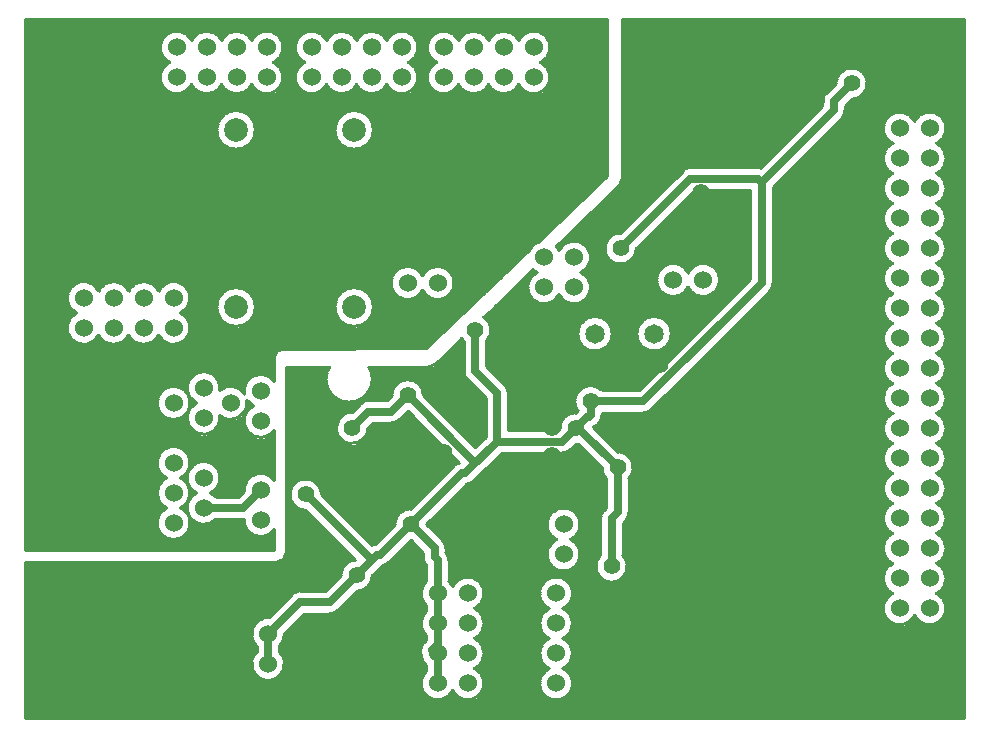
<source format=gbr>
*
*
G04 PADS 9.5 Build Number: 522968 generated Gerber (RS-274-X) file*
G04 PC Version=2.1*
*
%IN "ETH01.pcb"*%
*
%MOIN*%
*
%FSLAX35Y35*%
*
*
*
*
G04 PC Standard Apertures*
*
*
G04 Thermal Relief Aperture macro.*
%AMTER*
1,1,$1,0,0*
1,0,$1-$2,0,0*
21,0,$3,$4,0,0,45*
21,0,$3,$4,0,0,135*
%
*
*
G04 Annular Aperture macro.*
%AMANN*
1,1,$1,0,0*
1,0,$2,0,0*
%
*
*
G04 Odd Aperture macro.*
%AMODD*
1,1,$1,0,0*
1,0,$1-0.005,0,0*
%
*
*
G04 PC Custom Aperture Macros*
*
*
*
*
*
*
G04 PC Aperture Table*
*
%ADD011C,0.06*%
%ADD013C,0.23622*%
%ADD022C,0.055*%
%ADD024C,0.001*%
%ADD025C,0.01*%
%ADD031C,0.07*%
%ADD035C,0.065*%
%ADD047C,0.025*%
%ADD055C,0.07874*%
%ADD056C,0.14*%
*
*
*
*
G04 PC Circuitry*
G04 Layer Name ETH01.pcb - circuitry*
%LPD*%
*
*
G04 PC Custom Flashes*
G04 Layer Name ETH01.pcb - flashes*
%LPD*%
*
*
G04 PC Circuitry*
G04 Layer Name ETH01.pcb - circuitry*
%LPD*%
*
G54D11*
G01X349500Y269500D03*
X339500D03*
X306500Y277000D03*
Y267000D03*
X296500Y277000D03*
Y267000D03*
X219000Y337000D03*
Y347000D03*
X229000Y337000D03*
Y347000D03*
X239000Y337000D03*
Y347000D03*
X249000Y337000D03*
Y347000D03*
X204000D03*
Y337000D03*
X194000Y347000D03*
Y337000D03*
X184000Y347000D03*
Y337000D03*
X174000Y347000D03*
Y337000D03*
X310500Y135000D03*
X300500D03*
X310500Y145000D03*
X300500D03*
X310500Y155000D03*
X300500D03*
X310500Y165000D03*
X300500D03*
X271000Y135000D03*
X261000D03*
X271000Y145000D03*
X261000D03*
X271000Y155000D03*
X261000D03*
X271000Y165000D03*
X261000D03*
X214500Y151500D03*
Y141500D03*
X204500Y151500D03*
Y141500D03*
X194500Y151500D03*
Y141500D03*
X251000Y268500D03*
X261000D03*
X173000Y263500D03*
Y253500D03*
X163000Y263500D03*
Y253500D03*
X153000Y263500D03*
Y253500D03*
X143000Y263500D03*
Y253500D03*
X303000Y188000D03*
Y178000D03*
X173000Y188500D03*
X183000Y193500D03*
X173000Y198500D03*
X183000Y203500D03*
X173000Y208500D03*
X202000Y189500D03*
Y199500D03*
X183000Y223500D03*
X173000Y228500D03*
X183000Y233500D03*
X192000Y228500D03*
X202000Y222500D03*
Y232500D03*
X387000Y339500D03*
Y329500D03*
X377000Y339500D03*
Y329500D03*
X415000Y320000D03*
X425000D03*
X415000Y310000D03*
X425000D03*
X415000Y300000D03*
X425000D03*
X415000Y290000D03*
X425000D03*
X415000Y280000D03*
X425000D03*
X415000Y270000D03*
X425000D03*
X415000Y260000D03*
X425000D03*
X415000Y250000D03*
X425000D03*
X415000Y240000D03*
X425000D03*
X415000Y230000D03*
X425000D03*
X415000Y220000D03*
X425000D03*
X415000Y210000D03*
X425000D03*
X415000Y200000D03*
X425000D03*
X415000Y190000D03*
X425000D03*
X415000Y180000D03*
X425000D03*
X415000Y170000D03*
X425000D03*
X415000Y160000D03*
X425000D03*
X263000Y337000D03*
Y347000D03*
X273000D03*
Y337000D03*
X283000Y347000D03*
Y337000D03*
X293000Y347000D03*
Y337000D03*
G54D13*
X420000Y340000D03*
Y140000D03*
X140000D03*
Y340000D03*
G54D22*
X174600Y138600D03*
X240000Y136000D03*
X167800Y156400D03*
X227000Y145000D03*
X328800Y159000D03*
X126000Y166000D03*
X134000D03*
X247000Y174000D03*
X251000Y167000D03*
X234000Y171000D03*
X319000Y174000D03*
X128000Y189000D03*
X133600Y202800D03*
X136000Y187000D03*
X157500Y196600D03*
X228100Y200700D03*
X217000Y198000D03*
X252000Y188000D03*
X281000Y186000D03*
X277000Y195000D03*
X130200Y221200D03*
X142500Y203800D03*
X154400Y208900D03*
X232500Y220200D03*
X253000Y212000D03*
X263000D03*
X307300Y208000D03*
X299000Y220200D03*
Y211000D03*
X307000Y220000D03*
X321000Y207000D03*
X344000Y204000D03*
X251000Y231000D03*
X270000Y228000D03*
X312000Y229000D03*
X335000Y241000D03*
X207000Y251000D03*
X217000Y252000D03*
X252800Y252300D03*
X273500Y252800D03*
X344600Y256700D03*
X228500Y274800D03*
X218300Y279300D03*
X282500Y274800D03*
X326000Y270000D03*
X322000Y280000D03*
X207700Y289900D03*
X224400Y292600D03*
X295500Y292200D03*
X329300Y296700D03*
X348700Y298700D03*
X140800Y313100D03*
X246000Y306000D03*
X290300Y319200D03*
X302600Y321600D03*
X296600Y307400D03*
X365800Y317500D03*
X165000Y327000D03*
X311200Y327400D03*
X399000Y335000D03*
X307000Y349000D03*
X331000Y353000D03*
X354200Y344800D03*
G54D24*
G54D25*
X239622Y260472D02*
G75*
G03X239622I-6437J0D01*
G01Y319528D02*
G03X239622I-6437J0D01*
G01X200252Y260472D02*
G03X200252I-6437J0D01*
G01Y319528D02*
G03X200252I-6437J0D01*
G01X178500Y228500D02*
G03X178500I-5500J0D01*
G01X338922Y251588D02*
G03X338922I-5750J0D01*
G01X319205D02*
G03X319205I-5750J0D01*
G01X317500Y304072D02*
Y356500D01*
X123500*
Y179500*
X206500*
Y186338*
X196507Y189784D02*
G03X206500Y186338I5493J-284D01*
G01X196000Y189750D02*
G03X196507Y189784I0J3750D01*
G01X196000Y189750D02*
X187023D01*
X180709Y198500D02*
G03X187023Y189750I2291J-5000D01*
G01X185291Y198500D02*
G03X180709I-2291J5000D01*
G01X187023Y197250D02*
G03X185291Y198500I-4023J-3750D01*
G01X187023Y197250D02*
X194447D01*
X196503Y199307*
X206500Y202662D02*
G03X196503Y199307I-4500J-3162D01*
G01X206500Y202662D02*
Y219338D01*
X199709Y227500D02*
G03X206500Y219338I2291J-5000D01*
G01X197415Y229462D02*
G03X199709Y227500I4585J3038D01*
G01X188440Y224307D02*
G03X197415Y229462I3560J4193D01*
G01X180709Y228500D02*
G03X188440Y224307I2291J-5000D01*
G01Y232693D02*
G03X180709Y228500I-5440J807D01*
G01X196585Y231538D02*
G03X188440Y232693I-4585J-3038D01*
G01X206500Y235662D02*
G03X196585Y231538I-4500J-3162D01*
G01X206500Y235662D02*
Y243452D01*
X209485Y246452D02*
G03X206500Y243452I15J-3000D01*
G01X209485Y246452D02*
X257196Y246694D01*
X291536Y279368*
X294382Y282076D02*
G03X291536Y279368I2118J-5076D01*
G01X294382Y282076D02*
X317500Y304072D01*
X436500Y123500D02*
Y356500D01*
X322500*
Y303212*
X321588Y301058D02*
G03X322500Y303212I-2088J2154D01*
G01X321588Y301058D02*
X300577Y280691D01*
X301500Y279291D02*
G03X300577Y280691I-5000J-2291D01*
G01X308791Y272000D02*
G03X301500Y279291I-2291J5000D01*
G01Y264709D02*
G03X308791Y272000I5000J2291D01*
G01X294209D02*
G03X301500Y264709I2291J-5000D01*
G01X292683Y273040D02*
G03X294209Y272000I3817J3960D01*
G01X292683Y273040D02*
X276351Y257208D01*
X277250Y249126D02*
G03X276351Y257208I-3750J3674D01*
G01X277250Y249126D02*
Y240653D01*
X283452Y234452*
X284550Y231800D02*
G03X283452Y234452I-3750J0D01*
G01X284550Y231800D02*
Y219350D01*
X301047*
X301750Y220054*
X306946Y225250D02*
G03X301750Y220054I54J-5250D01*
G01X306946Y225250D02*
X307694Y225997D01*
X315674Y232750D02*
G03X307694Y225997I-3674J-3750D01*
G01X315674Y232750D02*
X328047D01*
X365250Y269953*
Y299550*
X346853*
X327250Y279946*
X321946Y285250D02*
G03X327250Y279946I54J-5250D01*
G01X321946Y285250D02*
X342648Y305952D01*
X345300Y307050D02*
G03X342648Y305952I0J-3750D01*
G01X345300Y307050D02*
X367700D01*
X368630Y306933D02*
G03X367700Y307050I-930J-3633D01*
G01X368630Y306933D02*
X389250Y327553D01*
Y329000*
X390348Y331652D02*
G03X389250Y329000I2652J-2652D01*
G01X390348Y331652D02*
X393750Y335054D01*
X399054Y329750D02*
G03X393750Y335054I-54J5250D01*
G01X399054Y329750D02*
X396750Y327447D01*
Y326000*
X395652Y323348D02*
G03X396750Y326000I-2652J2652D01*
G01X395652Y323348D02*
X372750Y300447D01*
Y268400*
X371652Y265748D02*
G03X372750Y268400I-2652J2652D01*
G01X371652Y265748D02*
X332252Y226348D01*
X329600Y225250D02*
G03X332252Y226348I0J3750D01*
G01X329600Y225250D02*
X315750D01*
Y224400*
X314652Y221748D02*
G03X315750Y224400I-2652J2652D01*
G01X314652Y221748D02*
X314052Y221148D01*
X312928Y220375D02*
G03X314052Y221148I-1528J3425D01*
G01X312928Y220375D02*
X321054Y212250D01*
X324750Y203326D02*
G03X321054Y212250I-3750J3674D01*
G01X324750Y203326D02*
Y192000D01*
X323652Y189348D02*
G03X324750Y192000I-2652J2652D01*
G01X323652Y189348D02*
X322750Y188447D01*
Y177674*
X315250D02*
G03X322750I3750J-3674D01*
G01X315250D02*
Y190000D01*
X316348Y192652D02*
G03X315250Y190000I2652J-2652D01*
G01X316348Y192652D02*
X317250Y193553D01*
Y203326*
X315750Y206946D02*
G03X317250Y203326I5250J54D01*
G01X315750Y206946D02*
X307874Y214823D01*
X307054Y214750D02*
G03X307874Y214823I-54J5250D01*
G01X307054Y214750D02*
X305252Y212948D01*
X302600Y211850D02*
G03X305252Y212948I0J3750D01*
G01X302600Y211850D02*
X282353D01*
X276552Y206048*
X272852Y202348*
X270572Y201268D02*
G03X272852Y202348I-372J3732D01*
G01X270572Y201268D02*
X257303Y188000D01*
X262652Y182652*
X263750Y180000D02*
G03X262652Y182652I-3750J0D01*
G01X263750Y180000D02*
Y178550D01*
X264750Y176000D02*
G03X263750Y178550I-3750J0D01*
G01X264750Y176000D02*
Y169023D01*
X266000Y167291D02*
G03X264750Y169023I-5000J-2291D01*
G01X273291Y160000D02*
G03X266000Y167291I-2291J5000D01*
G01X273291Y150000D02*
G03Y160000I-2291J5000D01*
G01Y140000D02*
G03Y150000I-2291J5000D01*
G01X266000Y132709D02*
G03X273291Y140000I5000J2291D01*
G01X257250Y139023D02*
G03X266000Y132709I3750J-4023D01*
G01X257250Y139023D02*
Y140977D01*
X255513Y144620D02*
G03X257250Y140977I5487J380D01*
G01X256348Y148652D02*
G03X255513Y144620I2652J-2652D01*
G01X256348Y148652D02*
X257250Y149553D01*
Y150977*
Y159023D02*
G03Y150977I3750J-4023D01*
G01Y159023D02*
Y160977D01*
Y169023D02*
G03Y160977I3750J-4023D01*
G01Y169023D02*
Y174450D01*
X256250Y177000D02*
G03X257250Y174450I3750J0D01*
G01X256250Y177000D02*
Y178447D01*
X252000Y182697*
X244525Y175222*
X242476Y174172D02*
G03X244525Y175222I-602J3702D01*
G01X242476Y174172D02*
X241652Y173348D01*
X239250Y170946*
X234054Y165750D02*
G03X239250Y170946I-54J5250D01*
G01X234054Y165750D02*
X227652Y159348D01*
X225000Y158250D02*
G03X227652Y159348I0J3750D01*
G01X225000Y158250D02*
X216553D01*
X209997Y151693*
X208250Y147477D02*
G03X209997Y151693I-3750J4023D01*
G01X208250Y147477D02*
Y145523D01*
X200750D02*
G03X208250I3750J-4023D01*
G01X200750D02*
Y147477D01*
X204693Y156997D02*
G03X200750Y147477I-193J-5497D01*
G01X204693Y156997D02*
X212348Y164652D01*
X215000Y165750D02*
G03X212348Y164652I0J-3750D01*
G01X215000Y165750D02*
X223447D01*
X228750Y171054*
X233473Y176224D02*
G03X228750Y171054I527J-5224D01*
G01X233473Y176224D02*
X216946Y192750D01*
X222250Y198054D02*
G03X216946Y192750I-5250J-54D01*
G01X222250Y198054D02*
X239117Y181187D01*
X240272Y181575D02*
G03X239117Y181187I602J-3701D01*
G01X240272Y181575D02*
X246750Y188054D01*
X251946Y193250D02*
G03X246750Y188054I54J-5250D01*
G01X251946Y193250D02*
X266348Y207652D01*
X268065Y208632D02*
G03X266348Y207652I935J-3632D01*
G01X268065Y208632D02*
X251000Y225697D01*
X248252Y222948*
X245600Y221850D02*
G03X248252Y222948I0J3750D01*
G01X245600Y221850D02*
X239453D01*
X237750Y220146*
X232446Y225450D02*
G03X237750Y220146I54J-5250D01*
G01X232446Y225450D02*
X235248Y228252D01*
X237900Y229350D02*
G03X235248Y228252I0J-3750D01*
G01X237900Y229350D02*
X244047D01*
X245750Y231054*
X256250D02*
G03X245750I-5250J-54D01*
G01X256250D02*
X273600Y213703D01*
X277050Y217153*
Y230247*
X270848Y236448*
X269750Y239100D02*
G03X270848Y236448I3750J0D01*
G01X269750Y239100D02*
Y249126D01*
X269005Y250088D02*
G03X269750Y249126I4495J2712D01*
G01X269005Y250088D02*
X259986Y241346D01*
X257898Y240500D02*
G03X259986Y241346I0J3000D01*
G01X257898Y240500D02*
X238099D01*
X224901D02*
G03X238099I6599J-4000D01*
G01X224901D02*
X210500D01*
Y178500*
X207500Y175500D02*
G03X210500Y178500I0J3000D01*
G01X207500Y175500D02*
X123500D01*
Y123500*
X436500*
X256000Y266209D02*
G03Y270791I5000J2291D01*
Y266209I-5000J-2291*
G01X295291Y342000D02*
G03X288000Y349291I-2291J5000D01*
G01Y334709D02*
G03X295291Y342000I5000J2291D01*
G01X278000Y334709D02*
G03X288000I5000J2291D01*
G01X268000D02*
G03X278000I5000J2291D01*
G01X260709Y342000D02*
G03X268000Y334709I2291J-5000D01*
G01Y349291D02*
G03X260709Y342000I-5000J-2291D01*
G01X278000Y349291D02*
G03X268000I-5000J-2291D01*
G01X288000D02*
G03X278000I-5000J-2291D01*
G01X239622Y260472D02*
G03X239622I-6437J0D01*
G01Y319528D02*
G03X239622I-6437J0D01*
G01X251291Y342000D02*
G03X244000Y349291I-2291J5000D01*
G01Y334709D02*
G03X251291Y342000I5000J2291D01*
G01X234000Y334709D02*
G03X244000I5000J2291D01*
G01X224000D02*
G03X234000I5000J2291D01*
G01X216709Y342000D02*
G03X224000Y334709I2291J-5000D01*
G01Y349291D02*
G03X216709Y342000I-5000J-2291D01*
G01X234000Y349291D02*
G03X224000I-5000J-2291D01*
G01X244000D02*
G03X234000I-5000J-2291D01*
G01X200252Y260472D02*
G03X200252I-6437J0D01*
G01Y319528D02*
G03X200252I-6437J0D01*
G01X175291Y258500D02*
G03X168000Y265791I-2291J5000D01*
G01Y251209D02*
G03X175291Y258500I5000J2291D01*
G01X158000Y251209D02*
G03X168000I5000J2291D01*
G01X148000D02*
G03X158000I5000J2291D01*
G01X140709Y258500D02*
G03X148000Y251209I2291J-5000D01*
G01Y265791D02*
G03X140709Y258500I-5000J-2291D01*
G01X158000Y265791D02*
G03X148000I-5000J-2291D01*
G01X168000D02*
G03X158000I-5000J-2291D01*
G01X206291Y342000D02*
G03X199000Y349291I-2291J5000D01*
G01Y334709D02*
G03X206291Y342000I5000J2291D01*
G01X189000Y334709D02*
G03X199000I5000J2291D01*
G01X179000D02*
G03X189000I5000J2291D01*
G01X171709Y342000D02*
G03X179000Y334709I2291J-5000D01*
G01Y349291D02*
G03X171709Y342000I-5000J-2291D01*
G01X189000Y349291D02*
G03X179000I-5000J-2291D01*
G01X199000D02*
G03X189000I-5000J-2291D01*
G01X178500Y228500D02*
G03X178500I-5500J0D01*
G01X175291Y203500D02*
G03X170709I-2291J5000D01*
G01X175291Y193500D02*
G03Y203500I-2291J5000D01*
G01X170709Y193500D02*
G03X175291I2291J-5000D01*
G01X170709Y203500D02*
G03Y193500I2291J-5000D01*
G01X427291Y315000D02*
G03X420000Y322291I-2291J5000D01*
G01X427291Y305000D02*
G03Y315000I-2291J5000D01*
G01Y295000D02*
G03Y305000I-2291J5000D01*
G01Y285000D02*
G03Y295000I-2291J5000D01*
G01Y275000D02*
G03Y285000I-2291J5000D01*
G01Y265000D02*
G03Y275000I-2291J5000D01*
G01Y255000D02*
G03Y265000I-2291J5000D01*
G01Y245000D02*
G03Y255000I-2291J5000D01*
G01Y235000D02*
G03Y245000I-2291J5000D01*
G01Y225000D02*
G03Y235000I-2291J5000D01*
G01Y215000D02*
G03Y225000I-2291J5000D01*
G01Y205000D02*
G03Y215000I-2291J5000D01*
G01Y195000D02*
G03Y205000I-2291J5000D01*
G01Y185000D02*
G03Y195000I-2291J5000D01*
G01Y175000D02*
G03Y185000I-2291J5000D01*
G01Y165000D02*
G03Y175000I-2291J5000D01*
G01X420000Y157709D02*
G03X427291Y165000I5000J2291D01*
G01X412709D02*
G03X420000Y157709I2291J-5000D01*
G01X412709Y175000D02*
G03Y165000I2291J-5000D01*
G01Y185000D02*
G03Y175000I2291J-5000D01*
G01Y195000D02*
G03Y185000I2291J-5000D01*
G01Y205000D02*
G03Y195000I2291J-5000D01*
G01Y215000D02*
G03Y205000I2291J-5000D01*
G01Y225000D02*
G03Y215000I2291J-5000D01*
G01Y235000D02*
G03Y225000I2291J-5000D01*
G01Y245000D02*
G03Y235000I2291J-5000D01*
G01Y255000D02*
G03Y245000I2291J-5000D01*
G01Y265000D02*
G03Y255000I2291J-5000D01*
G01Y275000D02*
G03Y265000I2291J-5000D01*
G01Y285000D02*
G03Y275000I2291J-5000D01*
G01Y295000D02*
G03Y285000I2291J-5000D01*
G01Y305000D02*
G03Y295000I2291J-5000D01*
G01Y315000D02*
G03Y305000I2291J-5000D01*
G01X420000Y322291D02*
G03X412709Y315000I-5000J-2291D01*
G01X302791Y160000D02*
G03X298209I-2291J5000D01*
G01X302791Y150000D02*
G03Y160000I-2291J5000D01*
G01Y140000D02*
G03Y150000I-2291J5000D01*
G01X298209Y140000D02*
G03X302791I2291J-5000D01*
G01X298209Y150000D02*
G03Y140000I2291J-5000D01*
G01Y160000D02*
G03Y150000I2291J-5000D01*
G01X305291Y183000D02*
G03X300709I-2291J5000D01*
X305291I2291J-5000*
G01X338922Y251588D02*
G03X338922I-5750J0D01*
G01X344500Y267209D02*
G03Y271791I5000J2291D01*
Y267209I-5000J-2291*
G01X319205Y251588D02*
G03X319205I-5750J0D01*
G01X123500Y355799D02*
X317500D01*
X123500Y354899D02*
X317500D01*
X123500Y353999D02*
X317500D01*
X123500Y353099D02*
X317500D01*
X294796Y352199D02*
X317500D01*
X296431Y351299D02*
X317500D01*
X297324Y350399D02*
X317500D01*
X297900Y349499D02*
X317500D01*
X298263Y348599D02*
X317500D01*
X298455Y347699D02*
X317500D01*
X298496Y346799D02*
X317500D01*
X298389Y345899D02*
X317500D01*
X298123Y344999D02*
X317500D01*
X297673Y344099D02*
X317500D01*
X296975Y343199D02*
X317500D01*
X295854Y342299D02*
X317500D01*
X296302Y341399D02*
X317500D01*
X297244Y340499D02*
X317500D01*
X297847Y339599D02*
X317500D01*
X298231Y338699D02*
X317500D01*
X298442Y337799D02*
X317500D01*
X298499Y336899D02*
X317500D01*
X298408Y335999D02*
X317500D01*
X298161Y335099D02*
X317500D01*
X297733Y334199D02*
X317500D01*
X297068Y333299D02*
X317500D01*
X296013Y332399D02*
X317500D01*
X123500Y331499D02*
X317500D01*
X123500Y330599D02*
X317500D01*
X123500Y329699D02*
X317500D01*
X123500Y328799D02*
X317500D01*
X123500Y327899D02*
X317500D01*
X123500Y326999D02*
X317500D01*
X123500Y326099D02*
X317500D01*
X236230Y325199D02*
X317500D01*
X237506Y324299D02*
X317500D01*
X238328Y323399D02*
X317500D01*
X238895Y322499D02*
X317500D01*
X239280Y321599D02*
X317500D01*
X239515Y320699D02*
X317500D01*
X239616Y319799D02*
X317500D01*
X239591Y318899D02*
X317500D01*
X239438Y317999D02*
X317500D01*
X239146Y317099D02*
X317500D01*
X238694Y316199D02*
X317500D01*
X238038Y315299D02*
X317500D01*
X237075Y314399D02*
X317500D01*
X235441Y313499D02*
X317500D01*
X123500Y312599D02*
X317500D01*
X123500Y311699D02*
X317500D01*
X123500Y310799D02*
X317500D01*
X123500Y309899D02*
X317500D01*
X123500Y308999D02*
X317500D01*
X123500Y308099D02*
X317500D01*
X123500Y307199D02*
X317500D01*
X123500Y306299D02*
X317500D01*
X123500Y305399D02*
X317500D01*
X123500Y304499D02*
X317500D01*
X123500Y303599D02*
X317002D01*
X123500Y302699D02*
X316056D01*
X123500Y301799D02*
X315111D01*
X123500Y300899D02*
X314165D01*
X123500Y299999D02*
X313219D01*
X123500Y299099D02*
X312273D01*
X123500Y298199D02*
X311327D01*
X123500Y297299D02*
X310381D01*
X123500Y296399D02*
X309435D01*
X123500Y295499D02*
X308489D01*
X123500Y294599D02*
X307543D01*
X123500Y293699D02*
X306597D01*
X123500Y292799D02*
X305652D01*
X123500Y291899D02*
X304706D01*
X123500Y290999D02*
X303760D01*
X123500Y290099D02*
X302814D01*
X123500Y289199D02*
X301868D01*
X123500Y288299D02*
X300922D01*
X123500Y287399D02*
X299976D01*
X123500Y286499D02*
X299030D01*
X123500Y285599D02*
X298084D01*
X123500Y284699D02*
X297138D01*
X123500Y283799D02*
X296193D01*
X123500Y282899D02*
X295247D01*
X123500Y281999D02*
X294206D01*
X123500Y281099D02*
X292832D01*
X123500Y280199D02*
X292026D01*
X123500Y279299D02*
X291463D01*
X284796Y352199D02*
X291204D01*
X123500Y278399D02*
X290517D01*
X286013Y332399D02*
X289987D01*
X123500Y277499D02*
X289571D01*
X286431Y351299D02*
X289569D01*
X287068Y333299D02*
X288932D01*
X287324Y350399D02*
X288676D01*
X123500Y276599D02*
X288625D01*
X287733Y334199D02*
X288267D01*
X287900Y349499D02*
X288100D01*
X123500Y275699D02*
X287679D01*
X123500Y274799D02*
X286734D01*
X262051Y273899D02*
X285788D01*
X264164Y272999D02*
X284842D01*
X265159Y272099D02*
X283896D01*
X265792Y271199D02*
X282950D01*
X266198Y270299D02*
X282004D01*
X274796Y352199D02*
X281204D01*
X266426Y269399D02*
X281058D01*
X266500Y268499D02*
X280112D01*
X276013Y332399D02*
X279987D01*
X276431Y351299D02*
X279569D01*
X266426Y267599D02*
X279166D01*
X277068Y333299D02*
X278932D01*
X277324Y350399D02*
X278676D01*
X277733Y334199D02*
X278267D01*
X266197Y266699D02*
X278220D01*
X277900Y349499D02*
X278100D01*
X265791Y265799D02*
X277274D01*
X265157Y264899D02*
X276329D01*
X264160Y263999D02*
X275383D01*
X262037Y263099D02*
X274437D01*
X239386Y262199D02*
X273491D01*
X239569Y261299D02*
X272545D01*
X239622Y260399D02*
X271599D01*
X264796Y352199D02*
X271204D01*
X239548Y259499D02*
X270653D01*
X266013Y332399D02*
X269987D01*
X239343Y258599D02*
X269707D01*
X266431Y351299D02*
X269569D01*
X267068Y333299D02*
X268932D01*
X238994Y257699D02*
X268761D01*
X267324Y350399D02*
X268676D01*
X267733Y334199D02*
X268267D01*
X267900Y349499D02*
X268100D01*
X238471Y256799D02*
X267815D01*
X237715Y255899D02*
X266870D01*
X236572Y254999D02*
X265924D01*
X234085Y254099D02*
X264978D01*
X178492Y253199D02*
X264032D01*
X178367Y252299D02*
X263086D01*
X178083Y251399D02*
X262140D01*
X250796Y352199D02*
X261204D01*
X177609Y250499D02*
X261194D01*
X176877Y249599D02*
X260248D01*
X251854Y342299D02*
X260146D01*
X252013Y332399D02*
X259987D01*
X252037Y263099D02*
X259963D01*
X252051Y273899D02*
X259949D01*
X252302Y341399D02*
X259698D01*
X252431Y351299D02*
X259569D01*
X175683Y248699D02*
X259302D01*
X252975Y343199D02*
X259025D01*
X253068Y333299D02*
X258932D01*
X253244Y340499D02*
X258756D01*
X253324Y350399D02*
X258676D01*
X123500Y247799D02*
X258356D01*
X253673Y344099D02*
X258327D01*
X253733Y334199D02*
X258267D01*
X253847Y339599D02*
X258153D01*
X253900Y349499D02*
X258100D01*
X254123Y344999D02*
X257877D01*
X254160Y263999D02*
X257840D01*
X254161Y335099D02*
X257839D01*
X254164Y272999D02*
X257836D01*
X254231Y338699D02*
X257769D01*
X254263Y348599D02*
X257737D01*
X254389Y345899D02*
X257611D01*
X254408Y335999D02*
X257592D01*
X254442Y337799D02*
X257558D01*
X254455Y347699D02*
X257545D01*
X254496Y346799D02*
X257504D01*
X254499Y336899D02*
X257501D01*
X123500Y246899D02*
X257411D01*
X255157Y264899D02*
X256843D01*
X255159Y272099D02*
X256841D01*
X255791Y265799D02*
X256209D01*
X255792Y271199D02*
X256208D01*
X239062Y263099D02*
X249963D01*
X123500Y273899D02*
X249949D01*
X238570Y263999D02*
X247840D01*
X123500Y272999D02*
X247836D01*
X240796Y352199D02*
X247204D01*
X237859Y264899D02*
X246843D01*
X123500Y272099D02*
X246841D01*
X236800Y265799D02*
X246209D01*
X123500Y271199D02*
X246208D01*
X242013Y332399D02*
X245987D01*
X234819Y266699D02*
X245803D01*
X123500Y270299D02*
X245802D01*
X176668Y267599D02*
X245574D01*
X123500Y269399D02*
X245574D01*
X242431Y351299D02*
X245569D01*
X175294Y268499D02*
X245500D01*
X243068Y333299D02*
X244932D01*
X243324Y350399D02*
X244676D01*
X243733Y334199D02*
X244267D01*
X243900Y349499D02*
X244100D01*
X230796Y352199D02*
X237204D01*
X232013Y332399D02*
X235987D01*
X232431Y351299D02*
X235569D01*
X233068Y333299D02*
X234932D01*
X233324Y350399D02*
X234676D01*
X233733Y334199D02*
X234267D01*
X233900Y349499D02*
X234100D01*
X194715Y254099D02*
X232285D01*
X195449Y266699D02*
X231551D01*
X196071Y313499D02*
X230929D01*
X196860Y325199D02*
X230140D01*
X197202Y254999D02*
X229798D01*
X197430Y265799D02*
X229570D01*
X197705Y314399D02*
X229295D01*
X198136Y324299D02*
X228864D01*
X198344Y255899D02*
X228656D01*
X198489Y264899D02*
X228511D01*
X198668Y315299D02*
X228332D01*
X198958Y323399D02*
X228042D01*
X199101Y256799D02*
X227899D01*
X199200Y263999D02*
X227800D01*
X199324Y316199D02*
X227676D01*
X199525Y322499D02*
X227475D01*
X199624Y257699D02*
X227376D01*
X199692Y263099D02*
X227308D01*
X199776Y317099D02*
X227224D01*
X220796Y352199D02*
X227204D01*
X199910Y321599D02*
X227090D01*
X199973Y258599D02*
X227027D01*
X200016Y262199D02*
X226984D01*
X200068Y317999D02*
X226932D01*
X200145Y320699D02*
X226855D01*
X200178Y259499D02*
X226822D01*
X200199Y261299D02*
X226801D01*
X200221Y318899D02*
X226779D01*
X200246Y319799D02*
X226754D01*
X200252Y260399D02*
X226748D01*
X222013Y332399D02*
X225987D01*
X222431Y351299D02*
X225569D01*
X223068Y333299D02*
X224932D01*
X223324Y350399D02*
X224676D01*
X223733Y334199D02*
X224267D01*
X223900Y349499D02*
X224100D01*
X205796Y352199D02*
X217204D01*
X206854Y342299D02*
X216146D01*
X207013Y332399D02*
X215987D01*
X207302Y341399D02*
X215698D01*
X207431Y351299D02*
X215569D01*
X207975Y343199D02*
X215025D01*
X208068Y333299D02*
X214932D01*
X208244Y340499D02*
X214756D01*
X208324Y350399D02*
X214676D01*
X208673Y344099D02*
X214327D01*
X208733Y334199D02*
X214267D01*
X208847Y339599D02*
X214153D01*
X208900Y349499D02*
X214100D01*
X209123Y344999D02*
X213877D01*
X209161Y335099D02*
X213839D01*
X209231Y338699D02*
X213769D01*
X209263Y348599D02*
X213737D01*
X209389Y345899D02*
X213611D01*
X209408Y335999D02*
X213592D01*
X209442Y337799D02*
X213558D01*
X209455Y347699D02*
X213545D01*
X209496Y346799D02*
X213504D01*
X209499Y336899D02*
X213501D01*
X123500Y245999D02*
X207915D01*
X123500Y245099D02*
X206992D01*
X123500Y244199D02*
X206594D01*
X123500Y243299D02*
X206500D01*
X123500Y242399D02*
X206500D01*
X123500Y241499D02*
X206500D01*
X123500Y240599D02*
X206500D01*
X123500Y239699D02*
X206500D01*
X184474Y238799D02*
X206500D01*
X203051Y237899D02*
X206500D01*
X205164Y236999D02*
X206500D01*
X206159Y236099D02*
X206500D01*
X206242Y218999D02*
X206500D01*
X205298Y218099D02*
X206500D01*
X203465Y217199D02*
X206500D01*
X123500Y216299D02*
X206500D01*
X123500Y215399D02*
X206500D01*
X123500Y214499D02*
X206500D01*
X175062Y213599D02*
X206500D01*
X176553Y212699D02*
X206500D01*
X177401Y211799D02*
X206500D01*
X177949Y210899D02*
X206500D01*
X178292Y209999D02*
X206500D01*
X178467Y209099D02*
X206500D01*
X185859Y208199D02*
X206500D01*
X186977Y207299D02*
X206500D01*
X187674Y206399D02*
X206500D01*
X188124Y205499D02*
X206500D01*
X204062Y204599D02*
X206500D01*
X205553Y203699D02*
X206500D01*
X206401Y202799D02*
X206500D01*
X205975Y185699D02*
X206500D01*
X204854Y184799D02*
X206500D01*
X176013Y183899D02*
X206500D01*
X123500Y182999D02*
X206500D01*
X123500Y182099D02*
X206500D01*
X123500Y181199D02*
X206500D01*
X123500Y180299D02*
X206500D01*
X195796Y352199D02*
X202204D01*
X197013Y332399D02*
X200987D01*
X186302Y237899D02*
X200949D01*
X197431Y351299D02*
X200569D01*
X123500Y217199D02*
X200535D01*
X188389Y204599D02*
X199938D01*
X198068Y333299D02*
X199932D01*
X198324Y350399D02*
X199676D01*
X198733Y334199D02*
X199267D01*
X177068Y184799D02*
X199146D01*
X198900Y349499D02*
X199100D01*
X197319Y227099D02*
X198983D01*
X197477Y227999D02*
X198840D01*
X187244Y236999D02*
X198836D01*
X184037Y218099D02*
X198702D01*
X188496Y203699D02*
X198447D01*
X177733Y185699D02*
X198025D01*
X196995Y226199D02*
X197929D01*
X197486Y228899D02*
X197843D01*
X187847Y236099D02*
X197841D01*
X186160Y218999D02*
X197758D01*
X188455Y202799D02*
X197599D01*
X178161Y186599D02*
X197327D01*
X196472Y225299D02*
X197265D01*
X188231Y235199D02*
X197208D01*
X187157Y219899D02*
X197154D01*
X188262Y201899D02*
X197051D01*
X178408Y187499D02*
X196877D01*
X195665Y224399D02*
X196838D01*
X188442Y234299D02*
X196802D01*
X187791Y220799D02*
X196770D01*
X187898Y200999D02*
X196708D01*
X185056Y188399D02*
X196611D01*
X194288Y223499D02*
X196591D01*
X196544Y231599D02*
X196574D01*
X194501Y233399D02*
X196574D01*
X188197Y221699D02*
X196559D01*
X187322Y200099D02*
X196533D01*
X186550Y189299D02*
X196504D01*
X188426Y222599D02*
X196501D01*
X195776Y232499D02*
X196500D01*
X186428Y199199D02*
X196395D01*
X185688Y198299D02*
X195495D01*
X186879Y197399D02*
X194595D01*
X178467Y254099D02*
X192915D01*
X185796Y352199D02*
X192204D01*
X177474Y266699D02*
X192181D01*
X123500Y313499D02*
X191559D01*
X187013Y332399D02*
X190987D01*
X123500Y325199D02*
X190770D01*
X187431Y351299D02*
X190569D01*
X178292Y254999D02*
X190428D01*
X177997Y265799D02*
X190200D01*
X188068Y333299D02*
X189932D01*
X123500Y314399D02*
X189925D01*
X188500Y223499D02*
X189712D01*
X188324Y350399D02*
X189676D01*
X188499Y233399D02*
X189499D01*
X123500Y324299D02*
X189494D01*
X177949Y255899D02*
X189285D01*
X188733Y334199D02*
X189267D01*
X178319Y264899D02*
X189141D01*
X188900Y349499D02*
X189100D01*
X123500Y315299D02*
X188962D01*
X123500Y323399D02*
X188672D01*
X177401Y256799D02*
X188529D01*
X178477Y263999D02*
X188430D01*
X123500Y316199D02*
X188306D01*
X123500Y322499D02*
X188105D01*
X176553Y257699D02*
X188006D01*
X178485Y263099D02*
X187938D01*
X123500Y317099D02*
X187854D01*
X123500Y321599D02*
X187720D01*
X175495Y258599D02*
X187657D01*
X178344Y262199D02*
X187614D01*
X123500Y317999D02*
X187562D01*
X123500Y320699D02*
X187485D01*
X176774Y259499D02*
X187452D01*
X178040Y261299D02*
X187431D01*
X123500Y318899D02*
X187409D01*
X123500Y319799D02*
X187384D01*
X177542Y260399D02*
X187378D01*
X175796Y352199D02*
X182204D01*
X123500Y218099D02*
X181963D01*
X123500Y238799D02*
X181526D01*
X177013Y332399D02*
X180987D01*
X178499Y188399D02*
X180944D01*
X177431Y351299D02*
X180569D01*
X178496Y198299D02*
X180312D01*
X178492Y208199D02*
X180141D01*
X178486Y228899D02*
X179987D01*
X178068Y333299D02*
X179932D01*
X123500Y218999D02*
X179840D01*
X178477Y227999D02*
X179836D01*
X123500Y237899D02*
X179698D01*
X178324Y350399D02*
X179676D01*
X178455Y199199D02*
X179572D01*
X178442Y189299D02*
X179450D01*
X178733Y334199D02*
X179267D01*
X178389Y197399D02*
X179121D01*
X178900Y349499D02*
X179100D01*
X178367Y207299D02*
X179023D01*
X178344Y229799D02*
X178932D01*
X123500Y219899D02*
X178843D01*
X178319Y227099D02*
X178841D01*
X123500Y236999D02*
X178756D01*
X178263Y200099D02*
X178678D01*
X178231Y190199D02*
X178601D01*
X178123Y196499D02*
X178389D01*
X178083Y206399D02*
X178326D01*
X178041Y230699D02*
X178267D01*
X123500Y220799D02*
X178209D01*
X177995Y226199D02*
X178208D01*
X123500Y236099D02*
X178153D01*
X177900Y200999D02*
X178102D01*
X177847Y191099D02*
X178052D01*
X177673Y195599D02*
X177916D01*
X177609Y205499D02*
X177876D01*
X177544Y231599D02*
X177839D01*
X123500Y221699D02*
X177803D01*
X177472Y225299D02*
X177802D01*
X123500Y235199D02*
X177769D01*
X177324Y201899D02*
X177738D01*
X177244Y191999D02*
X177709D01*
X176975Y194699D02*
X177632D01*
X176877Y204599D02*
X177611D01*
X176776Y232499D02*
X177592D01*
X123500Y222599D02*
X177574D01*
X176665Y224399D02*
X177574D01*
X123500Y234299D02*
X177558D01*
X176431Y202799D02*
X177545D01*
X176302Y192899D02*
X177533D01*
X175854Y193799D02*
X177508D01*
X175683Y203699D02*
X177504D01*
X175501Y233399D02*
X177501D01*
X175288Y223499D02*
X177500D01*
X123500Y352199D02*
X172204D01*
X123500Y342299D02*
X171146D01*
X123500Y332399D02*
X170987D01*
X123500Y213599D02*
X170938D01*
X123500Y223499D02*
X170712D01*
X165294Y268499D02*
X170706D01*
X123500Y341399D02*
X170698D01*
X123500Y351299D02*
X170569D01*
X123500Y233399D02*
X170499D01*
X165683Y248699D02*
X170317D01*
X123500Y203699D02*
X170317D01*
X123500Y193799D02*
X170146D01*
X123500Y343199D02*
X170025D01*
X123500Y183899D02*
X169987D01*
X123500Y333299D02*
X169932D01*
X123500Y340499D02*
X169756D01*
X123500Y192899D02*
X169698D01*
X123500Y350399D02*
X169676D01*
X123500Y202799D02*
X169569D01*
X123500Y212699D02*
X169447D01*
X123500Y224399D02*
X169335D01*
X166668Y267599D02*
X169332D01*
X123500Y344099D02*
X169327D01*
X123500Y334199D02*
X169267D01*
X123500Y232499D02*
X169224D01*
X123500Y339599D02*
X169153D01*
X166877Y249599D02*
X169123D01*
X123500Y204599D02*
X169123D01*
X123500Y349499D02*
X169100D01*
X123500Y194699D02*
X169025D01*
X123500Y184799D02*
X168932D01*
X123500Y344999D02*
X168877D01*
X123500Y335099D02*
X168839D01*
X123500Y338699D02*
X168769D01*
X123500Y191999D02*
X168756D01*
X123500Y348599D02*
X168737D01*
X123500Y201899D02*
X168676D01*
X123500Y345899D02*
X168611D01*
X123500Y211799D02*
X168599D01*
X123500Y335999D02*
X168592D01*
X123500Y337799D02*
X168558D01*
X123500Y347699D02*
X168545D01*
X123500Y225299D02*
X168528D01*
X167474Y266699D02*
X168526D01*
X123500Y346799D02*
X168504D01*
X123500Y336899D02*
X168501D01*
X123500Y231599D02*
X168456D01*
X167609Y250499D02*
X168391D01*
X123500Y205499D02*
X168391D01*
X123500Y195599D02*
X168327D01*
X123500Y185699D02*
X168267D01*
X123500Y191099D02*
X168153D01*
X123500Y200999D02*
X168100D01*
X123500Y210899D02*
X168051D01*
X123500Y226199D02*
X168005D01*
X167997Y265799D02*
X168003D01*
X123500Y230699D02*
X167959D01*
X123500Y206399D02*
X167917D01*
X123500Y196499D02*
X167877D01*
X123500Y186599D02*
X167839D01*
X123500Y190199D02*
X167769D01*
X123500Y200099D02*
X167737D01*
X123500Y209999D02*
X167708D01*
X123500Y227099D02*
X167681D01*
X123500Y229799D02*
X167656D01*
X123500Y207299D02*
X167633D01*
X123500Y197399D02*
X167611D01*
X123500Y187499D02*
X167592D01*
X123500Y189299D02*
X167558D01*
X123500Y199199D02*
X167545D01*
X123500Y209099D02*
X167533D01*
X123500Y227999D02*
X167523D01*
X123500Y228899D02*
X167514D01*
X123500Y208199D02*
X167508D01*
X123500Y198299D02*
X167504D01*
X123500Y188399D02*
X167501D01*
X155294Y268499D02*
X160706D01*
X155683Y248699D02*
X160317D01*
X156668Y267599D02*
X159332D01*
X156877Y249599D02*
X159123D01*
X157474Y266699D02*
X158526D01*
X157609Y250499D02*
X158391D01*
X157997Y265799D02*
X158003D01*
X145294Y268499D02*
X150706D01*
X145683Y248699D02*
X150317D01*
X146668Y267599D02*
X149332D01*
X146877Y249599D02*
X149123D01*
X147474Y266699D02*
X148526D01*
X147609Y250499D02*
X148391D01*
X147997Y265799D02*
X148003D01*
X123500Y268499D02*
X140706D01*
X123500Y258599D02*
X140505D01*
X123500Y248699D02*
X140317D01*
X123500Y257699D02*
X139447D01*
X123500Y267599D02*
X139332D01*
X123500Y259499D02*
X139226D01*
X123500Y249599D02*
X139123D01*
X123500Y256799D02*
X138599D01*
X123500Y266699D02*
X138526D01*
X123500Y260399D02*
X138458D01*
X123500Y250499D02*
X138391D01*
X123500Y255899D02*
X138051D01*
X123500Y265799D02*
X138003D01*
X123500Y261299D02*
X137960D01*
X123500Y251399D02*
X137917D01*
X123500Y254999D02*
X137708D01*
X123500Y264899D02*
X137681D01*
X123500Y262199D02*
X137656D01*
X123500Y252299D02*
X137633D01*
X123500Y254099D02*
X137533D01*
X123500Y263999D02*
X137523D01*
X123500Y263099D02*
X137515D01*
X123500Y253199D02*
X137508D01*
X322500Y356399D02*
X436500D01*
X322500Y355499D02*
X436500D01*
X322500Y354599D02*
X436500D01*
X322500Y353699D02*
X436500D01*
X322500Y352799D02*
X436500D01*
X322500Y351899D02*
X436500D01*
X322500Y350999D02*
X436500D01*
X322500Y350099D02*
X436500D01*
X322500Y349199D02*
X436500D01*
X322500Y348299D02*
X436500D01*
X322500Y347399D02*
X436500D01*
X322500Y346499D02*
X436500D01*
X322500Y345599D02*
X436500D01*
X322500Y344699D02*
X436500D01*
X322500Y343799D02*
X436500D01*
X322500Y342899D02*
X436500D01*
X322500Y341999D02*
X436500D01*
X322500Y341099D02*
X436500D01*
X399732Y340199D02*
X436500D01*
X402014Y339299D02*
X436500D01*
X403001Y338399D02*
X436500D01*
X403617Y337499D02*
X436500D01*
X404001Y336599D02*
X436500D01*
X404203Y335699D02*
X436500D01*
X404246Y334799D02*
X436500D01*
X404133Y333899D02*
X436500D01*
X403854Y332999D02*
X436500D01*
X403376Y332099D02*
X436500D01*
X402621Y331199D02*
X436500D01*
X401337Y330299D02*
X436500D01*
X398702Y329399D02*
X436500D01*
X397802Y328499D02*
X436500D01*
X396902Y327599D02*
X436500D01*
X396750Y326699D02*
X436500D01*
X396745Y325799D02*
X436500D01*
X427501Y324899D02*
X436500D01*
X428776Y323999D02*
X436500D01*
X429544Y323099D02*
X436500D01*
X430041Y322199D02*
X436500D01*
X430344Y321299D02*
X436500D01*
X430486Y320399D02*
X436500D01*
X430477Y319499D02*
X436500D01*
X430319Y318599D02*
X436500D01*
X429995Y317699D02*
X436500D01*
X429472Y316799D02*
X436500D01*
X428665Y315899D02*
X436500D01*
X427294Y314999D02*
X436500D01*
X428668Y314099D02*
X436500D01*
X429474Y313199D02*
X436500D01*
X429997Y312299D02*
X436500D01*
X430319Y311399D02*
X436500D01*
X430477Y310499D02*
X436500D01*
X430485Y309599D02*
X436500D01*
X430344Y308699D02*
X436500D01*
X430040Y307799D02*
X436500D01*
X429542Y306899D02*
X436500D01*
X428774Y305999D02*
X436500D01*
X427495Y305099D02*
X436500D01*
X428553Y304199D02*
X436500D01*
X429401Y303299D02*
X436500D01*
X429949Y302399D02*
X436500D01*
X430292Y301499D02*
X436500D01*
X430467Y300599D02*
X436500D01*
X430492Y299699D02*
X436500D01*
X430367Y298799D02*
X436500D01*
X430083Y297899D02*
X436500D01*
X429609Y296999D02*
X436500D01*
X428877Y296099D02*
X436500D01*
X427683Y295199D02*
X436500D01*
X428431Y294299D02*
X436500D01*
X429324Y293399D02*
X436500D01*
X429900Y292499D02*
X436500D01*
X430263Y291599D02*
X436500D01*
X430455Y290699D02*
X436500D01*
X430496Y289799D02*
X436500D01*
X430389Y288899D02*
X436500D01*
X430123Y287999D02*
X436500D01*
X429673Y287099D02*
X436500D01*
X428975Y286199D02*
X436500D01*
X427854Y285299D02*
X436500D01*
X428302Y284399D02*
X436500D01*
X429244Y283499D02*
X436500D01*
X429847Y282599D02*
X436500D01*
X430231Y281699D02*
X436500D01*
X430442Y280799D02*
X436500D01*
X430499Y279899D02*
X436500D01*
X430408Y278999D02*
X436500D01*
X430161Y278099D02*
X436500D01*
X429733Y277199D02*
X436500D01*
X429068Y276299D02*
X436500D01*
X428013Y275399D02*
X436500D01*
X428164Y274499D02*
X436500D01*
X429159Y273599D02*
X436500D01*
X429792Y272699D02*
X436500D01*
X430198Y271799D02*
X436500D01*
X430426Y270899D02*
X436500D01*
X430500Y269999D02*
X436500D01*
X430426Y269099D02*
X436500D01*
X430197Y268199D02*
X436500D01*
X429791Y267299D02*
X436500D01*
X429157Y266399D02*
X436500D01*
X428160Y265499D02*
X436500D01*
X428017Y264599D02*
X436500D01*
X429071Y263699D02*
X436500D01*
X429735Y262799D02*
X436500D01*
X430162Y261899D02*
X436500D01*
X430409Y260999D02*
X436500D01*
X430499Y260099D02*
X436500D01*
X430441Y259199D02*
X436500D01*
X430230Y258299D02*
X436500D01*
X429846Y257399D02*
X436500D01*
X429242Y256499D02*
X436500D01*
X428298Y255599D02*
X436500D01*
X427859Y254699D02*
X436500D01*
X428977Y253799D02*
X436500D01*
X429674Y252899D02*
X436500D01*
X430124Y251999D02*
X436500D01*
X430389Y251099D02*
X436500D01*
X430496Y250199D02*
X436500D01*
X430455Y249299D02*
X436500D01*
X430262Y248399D02*
X436500D01*
X429898Y247499D02*
X436500D01*
X429322Y246599D02*
X436500D01*
X428428Y245699D02*
X436500D01*
X427688Y244799D02*
X436500D01*
X428879Y243899D02*
X436500D01*
X429611Y242999D02*
X436500D01*
X430084Y242099D02*
X436500D01*
X430368Y241199D02*
X436500D01*
X430492Y240299D02*
X436500D01*
X430467Y239399D02*
X436500D01*
X430291Y238499D02*
X436500D01*
X429948Y237599D02*
X436500D01*
X429399Y236699D02*
X436500D01*
X428550Y235799D02*
X436500D01*
X427501Y234899D02*
X436500D01*
X428776Y233999D02*
X436500D01*
X429544Y233099D02*
X436500D01*
X430041Y232199D02*
X436500D01*
X430344Y231299D02*
X436500D01*
X430486Y230399D02*
X436500D01*
X430477Y229499D02*
X436500D01*
X430319Y228599D02*
X436500D01*
X429995Y227699D02*
X436500D01*
X429472Y226799D02*
X436500D01*
X428665Y225899D02*
X436500D01*
X427294Y224999D02*
X436500D01*
X428668Y224099D02*
X436500D01*
X429474Y223199D02*
X436500D01*
X429997Y222299D02*
X436500D01*
X430319Y221399D02*
X436500D01*
X430477Y220499D02*
X436500D01*
X430485Y219599D02*
X436500D01*
X430344Y218699D02*
X436500D01*
X430040Y217799D02*
X436500D01*
X429542Y216899D02*
X436500D01*
X428774Y215999D02*
X436500D01*
X427495Y215099D02*
X436500D01*
X428553Y214199D02*
X436500D01*
X429401Y213299D02*
X436500D01*
X429949Y212399D02*
X436500D01*
X430292Y211499D02*
X436500D01*
X430467Y210599D02*
X436500D01*
X430492Y209699D02*
X436500D01*
X430367Y208799D02*
X436500D01*
X430083Y207899D02*
X436500D01*
X429609Y206999D02*
X436500D01*
X428877Y206099D02*
X436500D01*
X427683Y205199D02*
X436500D01*
X428431Y204299D02*
X436500D01*
X429324Y203399D02*
X436500D01*
X429900Y202499D02*
X436500D01*
X430263Y201599D02*
X436500D01*
X430455Y200699D02*
X436500D01*
X430496Y199799D02*
X436500D01*
X430389Y198899D02*
X436500D01*
X430123Y197999D02*
X436500D01*
X429673Y197099D02*
X436500D01*
X428975Y196199D02*
X436500D01*
X427854Y195299D02*
X436500D01*
X428302Y194399D02*
X436500D01*
X429244Y193499D02*
X436500D01*
X429847Y192599D02*
X436500D01*
X430231Y191699D02*
X436500D01*
X430442Y190799D02*
X436500D01*
X430499Y189899D02*
X436500D01*
X430408Y188999D02*
X436500D01*
X430161Y188099D02*
X436500D01*
X429733Y187199D02*
X436500D01*
X429068Y186299D02*
X436500D01*
X428013Y185399D02*
X436500D01*
X428164Y184499D02*
X436500D01*
X429159Y183599D02*
X436500D01*
X429792Y182699D02*
X436500D01*
X430198Y181799D02*
X436500D01*
X430426Y180899D02*
X436500D01*
X430500Y179999D02*
X436500D01*
X430426Y179099D02*
X436500D01*
X430197Y178199D02*
X436500D01*
X429791Y177299D02*
X436500D01*
X429157Y176399D02*
X436500D01*
X428160Y175499D02*
X436500D01*
X428017Y174599D02*
X436500D01*
X429071Y173699D02*
X436500D01*
X429735Y172799D02*
X436500D01*
X430162Y171899D02*
X436500D01*
X430409Y170999D02*
X436500D01*
X430499Y170099D02*
X436500D01*
X430441Y169199D02*
X436500D01*
X430230Y168299D02*
X436500D01*
X429846Y167399D02*
X436500D01*
X429242Y166499D02*
X436500D01*
X428298Y165599D02*
X436500D01*
X427859Y164699D02*
X436500D01*
X428977Y163799D02*
X436500D01*
X429674Y162899D02*
X436500D01*
X430124Y161999D02*
X436500D01*
X430389Y161099D02*
X436500D01*
X430496Y160199D02*
X436500D01*
X430455Y159299D02*
X436500D01*
X430262Y158399D02*
X436500D01*
X429898Y157499D02*
X436500D01*
X429322Y156599D02*
X436500D01*
X428428Y155699D02*
X436500D01*
X426788Y154799D02*
X436500D01*
X305889Y153899D02*
X436500D01*
X305623Y152999D02*
X436500D01*
X305173Y152099D02*
X436500D01*
X304475Y151199D02*
X436500D01*
X303354Y150299D02*
X436500D01*
X303802Y149399D02*
X436500D01*
X304744Y148499D02*
X436500D01*
X305347Y147599D02*
X436500D01*
X305731Y146699D02*
X436500D01*
X305942Y145799D02*
X436500D01*
X305999Y144899D02*
X436500D01*
X305908Y143999D02*
X436500D01*
X305661Y143099D02*
X436500D01*
X305233Y142199D02*
X436500D01*
X304568Y141299D02*
X436500D01*
X303513Y140399D02*
X436500D01*
X303664Y139499D02*
X436500D01*
X304659Y138599D02*
X436500D01*
X305292Y137699D02*
X436500D01*
X305698Y136799D02*
X436500D01*
X305926Y135899D02*
X436500D01*
X306000Y134999D02*
X436500D01*
X305926Y134099D02*
X436500D01*
X305697Y133199D02*
X436500D01*
X305291Y132299D02*
X436500D01*
X304657Y131399D02*
X436500D01*
X303660Y130499D02*
X436500D01*
X301537Y129599D02*
X436500D01*
X123500Y128699D02*
X436500D01*
X123500Y127799D02*
X436500D01*
X123500Y126899D02*
X436500D01*
X123500Y125999D02*
X436500D01*
X123500Y125099D02*
X436500D01*
X123500Y124199D02*
X436500D01*
X416788Y154799D02*
X423212D01*
X417501Y324899D02*
X422499D01*
X418428Y155699D02*
X421572D01*
X418776Y323999D02*
X421224D01*
X419322Y156599D02*
X420678D01*
X419544Y323099D02*
X420456D01*
X419898Y157499D02*
X420102D01*
X305996Y154799D02*
X413212D01*
X387302Y314999D02*
X412706D01*
X315750Y224999D02*
X412706D01*
X377402Y305099D02*
X412505D01*
X318205Y215099D02*
X412505D01*
X396585Y324899D02*
X412499D01*
X340802Y234899D02*
X412499D01*
X372750Y295199D02*
X412317D01*
X325931Y205199D02*
X412317D01*
X350702Y244799D02*
X412312D01*
X372750Y285299D02*
X412146D01*
X324750Y195299D02*
X412146D01*
X360602Y254699D02*
X412141D01*
X305992Y164699D02*
X412141D01*
X372750Y275399D02*
X411987D01*
X322750Y185399D02*
X411987D01*
X370502Y264599D02*
X411983D01*
X324216Y174599D02*
X411983D01*
X371402Y265499D02*
X411840D01*
X324032Y175499D02*
X411840D01*
X372750Y274499D02*
X411836D01*
X322750Y184499D02*
X411836D01*
X361502Y255599D02*
X411702D01*
X305967Y165599D02*
X411702D01*
X372750Y284399D02*
X411698D01*
X324750Y194399D02*
X411698D01*
X351602Y245699D02*
X411572D01*
X305955Y155699D02*
X411572D01*
X372750Y294299D02*
X411569D01*
X325502Y204299D02*
X411569D01*
X341702Y235799D02*
X411450D01*
X376502Y304199D02*
X411447D01*
X319105Y214199D02*
X411447D01*
X388202Y315899D02*
X411335D01*
X331708Y225899D02*
X411335D01*
X386402Y314099D02*
X411332D01*
X315738Y224099D02*
X411332D01*
X378302Y305999D02*
X411226D01*
X317305Y215999D02*
X411226D01*
X396171Y323999D02*
X411224D01*
X339902Y233999D02*
X411224D01*
X372750Y296099D02*
X411123D01*
X326172Y206099D02*
X411123D01*
X349802Y243899D02*
X411121D01*
X372750Y286199D02*
X411025D01*
X324750Y196199D02*
X411025D01*
X359702Y253799D02*
X411023D01*
X305867Y163799D02*
X411023D01*
X372750Y276299D02*
X410932D01*
X322750Y186299D02*
X410932D01*
X369602Y263699D02*
X410929D01*
X324241Y173699D02*
X410929D01*
X372171Y266399D02*
X410843D01*
X323670Y176399D02*
X410843D01*
X372750Y273599D02*
X410841D01*
X322750Y183599D02*
X410841D01*
X362402Y256499D02*
X410758D01*
X305792Y166499D02*
X410758D01*
X372750Y283499D02*
X410756D01*
X324750Y193499D02*
X410756D01*
X352502Y246599D02*
X410678D01*
X305763Y156599D02*
X410678D01*
X372750Y293399D02*
X410676D01*
X324820Y203399D02*
X410676D01*
X342602Y236699D02*
X410601D01*
X375602Y303299D02*
X410599D01*
X320005Y213299D02*
X410599D01*
X389102Y316799D02*
X410528D01*
X332702Y226799D02*
X410528D01*
X385502Y313199D02*
X410526D01*
X315552Y223199D02*
X410526D01*
X379202Y306899D02*
X410458D01*
X316405Y216899D02*
X410458D01*
X395402Y323099D02*
X410456D01*
X339002Y233099D02*
X410456D01*
X372750Y296999D02*
X410391D01*
X326250Y206999D02*
X410391D01*
X348902Y242999D02*
X410389D01*
X372750Y287099D02*
X410327D01*
X324750Y197099D02*
X410327D01*
X358802Y252899D02*
X410326D01*
X305583Y162899D02*
X410326D01*
X372750Y277199D02*
X410267D01*
X322750Y187199D02*
X410267D01*
X368702Y262799D02*
X410265D01*
X324111Y172799D02*
X410265D01*
X372585Y267299D02*
X410209D01*
X323084Y177299D02*
X410209D01*
X372750Y272699D02*
X410208D01*
X322750Y182699D02*
X410208D01*
X363302Y257399D02*
X410154D01*
X305449Y167399D02*
X410154D01*
X372750Y282599D02*
X410153D01*
X324750Y192599D02*
X410153D01*
X353402Y247499D02*
X410102D01*
X305400Y157499D02*
X410102D01*
X372750Y292499D02*
X410100D01*
X324750Y202499D02*
X410100D01*
X343502Y237599D02*
X410052D01*
X374702Y302399D02*
X410051D01*
X320905Y212399D02*
X410051D01*
X390002Y317699D02*
X410005D01*
X333602Y227699D02*
X410005D01*
X384602Y312299D02*
X410003D01*
X315106Y222299D02*
X410003D01*
X380102Y307799D02*
X409960D01*
X315505Y217799D02*
X409960D01*
X394502Y322199D02*
X409959D01*
X338102Y232199D02*
X409959D01*
X372750Y297899D02*
X409917D01*
X326173Y207899D02*
X409917D01*
X348002Y242099D02*
X409916D01*
X372750Y287999D02*
X409877D01*
X324750Y197999D02*
X409877D01*
X357902Y251999D02*
X409876D01*
X305109Y161999D02*
X409876D01*
X372750Y278099D02*
X409839D01*
X322750Y188099D02*
X409839D01*
X367802Y261899D02*
X409838D01*
X323811Y171899D02*
X409838D01*
X372745Y268199D02*
X409803D01*
X322750Y178199D02*
X409803D01*
X372750Y271799D02*
X409802D01*
X322750Y181799D02*
X409802D01*
X364202Y258299D02*
X409770D01*
X304901Y168299D02*
X409770D01*
X372750Y281699D02*
X409769D01*
X324738Y191699D02*
X409769D01*
X354302Y248399D02*
X409738D01*
X304824Y158399D02*
X409738D01*
X372750Y291599D02*
X409737D01*
X324750Y201599D02*
X409737D01*
X344402Y238499D02*
X409709D01*
X373802Y301499D02*
X409708D01*
X323706Y211499D02*
X409708D01*
X390902Y318599D02*
X409681D01*
X334502Y228599D02*
X409681D01*
X383702Y311399D02*
X409681D01*
X314302Y221399D02*
X409681D01*
X381002Y308699D02*
X409656D01*
X314605Y218699D02*
X409656D01*
X393602Y321299D02*
X409656D01*
X337202Y231299D02*
X409656D01*
X372750Y298799D02*
X409633D01*
X325932Y208799D02*
X409633D01*
X347102Y241199D02*
X409632D01*
X372750Y288899D02*
X409611D01*
X324750Y198899D02*
X409611D01*
X357002Y251099D02*
X409611D01*
X304377Y161099D02*
X409611D01*
X372750Y278999D02*
X409592D01*
X323302Y188999D02*
X409592D01*
X366902Y260999D02*
X409591D01*
X323308Y170999D02*
X409591D01*
X372750Y269099D02*
X409574D01*
X322750Y179099D02*
X409574D01*
X372750Y270899D02*
X409574D01*
X322750Y180899D02*
X409574D01*
X365102Y259199D02*
X409559D01*
X321124Y169199D02*
X409559D01*
X372750Y280799D02*
X409558D01*
X324552Y190799D02*
X409558D01*
X355202Y249299D02*
X409545D01*
X303931Y159299D02*
X409545D01*
X372750Y290699D02*
X409545D01*
X324750Y200699D02*
X409545D01*
X345302Y239399D02*
X409533D01*
X372902Y300599D02*
X409533D01*
X324823Y210599D02*
X409533D01*
X391802Y319499D02*
X409523D01*
X335402Y229499D02*
X409523D01*
X382802Y310499D02*
X409523D01*
X313179Y220499D02*
X409523D01*
X381902Y309599D02*
X409515D01*
X313705Y219599D02*
X409515D01*
X392702Y320399D02*
X409514D01*
X336302Y230399D02*
X409514D01*
X372750Y299699D02*
X409508D01*
X325503Y209699D02*
X409508D01*
X346202Y240299D02*
X409508D01*
X372750Y289799D02*
X409504D01*
X324750Y199799D02*
X409504D01*
X356102Y250199D02*
X409504D01*
X303183Y160199D02*
X409504D01*
X372750Y279899D02*
X409501D01*
X324106Y189899D02*
X409501D01*
X366002Y260099D02*
X409501D01*
X322513Y170099D02*
X409501D01*
X372750Y269999D02*
X409500D01*
X322750Y179999D02*
X409500D01*
X322500Y340199D02*
X398268D01*
X322500Y339299D02*
X395986D01*
X322500Y338399D02*
X394999D01*
X322500Y337499D02*
X394383D01*
X322500Y336599D02*
X393999D01*
X322500Y335699D02*
X393797D01*
X322500Y334799D02*
X393495D01*
X322500Y333899D02*
X392595D01*
X322500Y332999D02*
X391695D01*
X322500Y332099D02*
X390795D01*
X322500Y331199D02*
X389962D01*
X322500Y330299D02*
X389482D01*
X322500Y329399D02*
X389271D01*
X322500Y328499D02*
X389250D01*
X322500Y327599D02*
X389250D01*
X322500Y326699D02*
X388395D01*
X322500Y325799D02*
X387495D01*
X322500Y324899D02*
X386595D01*
X322500Y323999D02*
X385695D01*
X322500Y323099D02*
X384795D01*
X322500Y322199D02*
X383895D01*
X322500Y321299D02*
X382995D01*
X322500Y320399D02*
X382095D01*
X322500Y319499D02*
X381195D01*
X322500Y318599D02*
X380295D01*
X322500Y317699D02*
X379395D01*
X322500Y316799D02*
X378495D01*
X322500Y315899D02*
X377595D01*
X322500Y314999D02*
X376695D01*
X322500Y314099D02*
X375795D01*
X322500Y313199D02*
X374895D01*
X322500Y312299D02*
X373995D01*
X322500Y311399D02*
X373095D01*
X322500Y310499D02*
X372195D01*
X322500Y309599D02*
X371295D01*
X322500Y308699D02*
X370395D01*
X322500Y307799D02*
X369495D01*
X346102Y298799D02*
X365250D01*
X345202Y297899D02*
X365250D01*
X344302Y296999D02*
X365250D01*
X343402Y296099D02*
X365250D01*
X342502Y295199D02*
X365250D01*
X341602Y294299D02*
X365250D01*
X340702Y293399D02*
X365250D01*
X339802Y292499D02*
X365250D01*
X338902Y291599D02*
X365250D01*
X338002Y290699D02*
X365250D01*
X337102Y289799D02*
X365250D01*
X336202Y288899D02*
X365250D01*
X335302Y287999D02*
X365250D01*
X334402Y287099D02*
X365250D01*
X333502Y286199D02*
X365250D01*
X332602Y285299D02*
X365250D01*
X331702Y284399D02*
X365250D01*
X330802Y283499D02*
X365250D01*
X329902Y282599D02*
X365250D01*
X329002Y281699D02*
X365250D01*
X328102Y280799D02*
X365250D01*
X327249Y279899D02*
X365250D01*
X327154Y278999D02*
X365250D01*
X326894Y278099D02*
X365250D01*
X326440Y277199D02*
X365250D01*
X325723Y276299D02*
X365250D01*
X324528Y275399D02*
X365250D01*
X351794Y274499D02*
X365250D01*
X353168Y273599D02*
X365250D01*
X353974Y272699D02*
X365250D01*
X354497Y271799D02*
X365250D01*
X354819Y270899D02*
X365250D01*
X354977Y269999D02*
X365250D01*
X354985Y269099D02*
X364395D01*
X354844Y268199D02*
X363495D01*
X354540Y267299D02*
X362595D01*
X354042Y266399D02*
X361695D01*
X353274Y265499D02*
X360795D01*
X351995Y264599D02*
X359895D01*
X310899Y263699D02*
X358995D01*
X310050Y262799D02*
X358095D01*
X308556Y261899D02*
X357195D01*
X280261Y260999D02*
X356295D01*
X279333Y260099D02*
X355395D01*
X278404Y259199D02*
X354495D01*
X277476Y258299D02*
X353595D01*
X276547Y257399D02*
X352695D01*
X336162Y256499D02*
X351795D01*
X337292Y255599D02*
X350895D01*
X338007Y254699D02*
X349995D01*
X338480Y253799D02*
X349095D01*
X338770Y252899D02*
X348195D01*
X338907Y251999D02*
X347295D01*
X341794Y274499D02*
X347206D01*
X341995Y264599D02*
X347005D01*
X338901Y251099D02*
X346395D01*
X343168Y273599D02*
X345832D01*
X343274Y265499D02*
X345726D01*
X338752Y250199D02*
X345495D01*
X343974Y272699D02*
X345026D01*
X344042Y266399D02*
X344958D01*
X338447Y249299D02*
X344595D01*
X344497Y271799D02*
X344503D01*
X322500Y306899D02*
X344245D01*
X337957Y248399D02*
X343695D01*
X337215Y247499D02*
X342795D01*
X322500Y305999D02*
X342696D01*
X336031Y246599D02*
X341895D01*
X322500Y305099D02*
X341795D01*
X277250Y245699D02*
X340995D01*
X322500Y304199D02*
X340895D01*
X277250Y244799D02*
X340095D01*
X322500Y303299D02*
X339995D01*
X277250Y243899D02*
X339195D01*
X322388Y302399D02*
X339095D01*
X277250Y242999D02*
X338295D01*
X321963Y301499D02*
X338195D01*
X277250Y242099D02*
X337395D01*
X321115Y300599D02*
X337295D01*
X311398Y274499D02*
X337206D01*
X311448Y264599D02*
X337005D01*
X277250Y241199D02*
X336495D01*
X320186Y299699D02*
X336395D01*
X310822Y273599D02*
X335832D01*
X311791Y265499D02*
X335726D01*
X277605Y240299D02*
X335595D01*
X319258Y298799D02*
X335495D01*
X309928Y272699D02*
X335026D01*
X311967Y266399D02*
X334958D01*
X278505Y239399D02*
X334695D01*
X318329Y297899D02*
X334595D01*
X309188Y271799D02*
X334503D01*
X311992Y267299D02*
X334460D01*
X310379Y270899D02*
X334181D01*
X311868Y268199D02*
X334156D01*
X311111Y269999D02*
X334023D01*
X311584Y269099D02*
X334015D01*
X279405Y238499D02*
X333795D01*
X317401Y296999D02*
X333695D01*
X280305Y237599D02*
X332895D01*
X316472Y296099D02*
X332795D01*
X281205Y236699D02*
X331995D01*
X315544Y295199D02*
X331895D01*
X282105Y235799D02*
X331095D01*
X314615Y294299D02*
X330995D01*
X316314Y246599D02*
X330313D01*
X283005Y234899D02*
X330195D01*
X316446Y256499D02*
X330181D01*
X313687Y293399D02*
X330095D01*
X313605Y233999D02*
X329295D01*
X312758Y292499D02*
X329195D01*
X317498Y247499D02*
X329129D01*
X317575Y255599D02*
X329052D01*
X315281Y233099D02*
X328395D01*
X318240Y248399D02*
X328387D01*
X318291Y254699D02*
X328336D01*
X311830Y291599D02*
X328295D01*
X318730Y249299D02*
X327897D01*
X318763Y253799D02*
X327864D01*
X319035Y250199D02*
X327592D01*
X319054Y252899D02*
X327573D01*
X319184Y251099D02*
X327443D01*
X319191Y251999D02*
X327436D01*
X310901Y290699D02*
X327395D01*
X309973Y289799D02*
X326495D01*
X309044Y288899D02*
X325595D01*
X308116Y287999D02*
X324695D01*
X307187Y287099D02*
X323795D01*
X306259Y286199D02*
X322895D01*
X305330Y285299D02*
X321995D01*
X311762Y275399D02*
X319472D01*
X304402Y284399D02*
X319134D01*
X311955Y276299D02*
X318277D01*
X303473Y283499D02*
X318086D01*
X311996Y277199D02*
X317560D01*
X302545Y282599D02*
X317438D01*
X273002Y202499D02*
X317250D01*
X271779Y201599D02*
X317250D01*
X270002Y200699D02*
X317250D01*
X269102Y199799D02*
X317250D01*
X268202Y198899D02*
X317250D01*
X267302Y197999D02*
X317250D01*
X266402Y197099D02*
X317250D01*
X265502Y196199D02*
X317250D01*
X264602Y195299D02*
X317250D01*
X263702Y194399D02*
X317250D01*
X303121Y193499D02*
X317195D01*
X273902Y203399D02*
X317180D01*
X311889Y278099D02*
X317106D01*
X309359Y281699D02*
X317032D01*
X304053Y169199D02*
X316876D01*
X311624Y278999D02*
X316846D01*
X310477Y280799D02*
X316811D01*
X311174Y279899D02*
X316751D01*
X274802Y204299D02*
X316498D01*
X306017Y192599D02*
X316296D01*
X275702Y205199D02*
X316069D01*
X276602Y206099D02*
X315828D01*
X277502Y206999D02*
X315698D01*
X307071Y191699D02*
X315657D01*
X302562Y170099D02*
X315487D01*
X307735Y190799D02*
X315336D01*
X308162Y189899D02*
X315250D01*
X308409Y188999D02*
X315250D01*
X308499Y188099D02*
X315250D01*
X308441Y187199D02*
X315250D01*
X308230Y186299D02*
X315250D01*
X307846Y185399D02*
X315250D01*
X307242Y184499D02*
X315250D01*
X306298Y183599D02*
X315250D01*
X305859Y182699D02*
X315250D01*
X306977Y181799D02*
X315250D01*
X307674Y180899D02*
X315250D01*
X308124Y179999D02*
X315250D01*
X308389Y179099D02*
X315250D01*
X308496Y178199D02*
X315250D01*
X308455Y177299D02*
X314916D01*
X278402Y207899D02*
X314798D01*
X264750Y170999D02*
X314692D01*
X308262Y176399D02*
X314330D01*
X264750Y171899D02*
X314189D01*
X307898Y175499D02*
X313968D01*
X279302Y208799D02*
X313898D01*
X304788Y172799D02*
X313889D01*
X307322Y174599D02*
X313784D01*
X306428Y173699D02*
X313759D01*
X280202Y209699D02*
X312998D01*
X281102Y210599D02*
X312098D01*
X282002Y211499D02*
X311198D01*
X277250Y246599D02*
X310596D01*
X277226Y256499D02*
X310465D01*
X283838Y233999D02*
X310395D01*
X304553Y212399D02*
X310298D01*
X277250Y247499D02*
X309412D01*
X305602Y213299D02*
X309398D01*
X277942Y255599D02*
X309335D01*
X284318Y233099D02*
X308719D01*
X277250Y248399D02*
X308670D01*
X278395Y254699D02*
X308620D01*
X306502Y214199D02*
X308498D01*
X277412Y249299D02*
X308180D01*
X278654Y253799D02*
X308147D01*
X278060Y250199D02*
X307875D01*
X278749Y252899D02*
X307857D01*
X284529Y232199D02*
X307837D01*
X278467Y251099D02*
X307726D01*
X278689Y251999D02*
X307720D01*
X284550Y225899D02*
X307595D01*
X284550Y231299D02*
X307280D01*
X284550Y226799D02*
X307234D01*
X284550Y230399D02*
X306940D01*
X284550Y227699D02*
X306914D01*
X284550Y229499D02*
X306774D01*
X284550Y228599D02*
X306765D01*
X284550Y224999D02*
X305395D01*
X298556Y261899D02*
X304444D01*
X284550Y224099D02*
X303719D01*
X301616Y281699D02*
X303641D01*
X300050Y262799D02*
X302950D01*
X262802Y193499D02*
X302879D01*
X284550Y223199D02*
X302837D01*
X300688Y280799D02*
X302523D01*
X284550Y222299D02*
X302280D01*
X300899Y263699D02*
X302101D01*
X284550Y221399D02*
X301940D01*
X301174Y279899D02*
X301826D01*
X284550Y220499D02*
X301774D01*
X301448Y264599D02*
X301552D01*
X284550Y219599D02*
X301295D01*
X264750Y172799D02*
X301212D01*
X262605Y182699D02*
X300141D01*
X261902Y192599D02*
X299983D01*
X261705Y183599D02*
X299702D01*
X264750Y173699D02*
X299572D01*
X272037Y129599D02*
X299463D01*
X263290Y181799D02*
X299023D01*
X261002Y191699D02*
X298929D01*
X260805Y184499D02*
X298758D01*
X264750Y174599D02*
X298678D01*
X273062Y170099D02*
X298438D01*
X263641Y180899D02*
X298326D01*
X260102Y190799D02*
X298265D01*
X259905Y185399D02*
X298154D01*
X264750Y175499D02*
X298102D01*
X263750Y179999D02*
X297876D01*
X259202Y189899D02*
X297838D01*
X273683Y160199D02*
X297817D01*
X259005Y186299D02*
X297770D01*
X264729Y176399D02*
X297738D01*
X273854Y150299D02*
X297646D01*
X263750Y179099D02*
X297611D01*
X258302Y188999D02*
X297591D01*
X258105Y187199D02*
X297559D01*
X264518Y177299D02*
X297545D01*
X264038Y178199D02*
X297504D01*
X257402Y188099D02*
X297501D01*
X274013Y140399D02*
X297487D01*
X274160Y130499D02*
X297340D01*
X274164Y139499D02*
X297336D01*
X274302Y149399D02*
X297198D01*
X274431Y159299D02*
X297069D01*
X274553Y169199D02*
X296947D01*
X274877Y161099D02*
X296623D01*
X274975Y151199D02*
X296525D01*
X275068Y141299D02*
X296432D01*
X275157Y131399D02*
X296343D01*
X275159Y138599D02*
X296341D01*
X275244Y148499D02*
X296256D01*
X275324Y158399D02*
X296176D01*
X275401Y168299D02*
X296099D01*
X275609Y161999D02*
X295891D01*
X275673Y152099D02*
X295827D01*
X275733Y142199D02*
X295767D01*
X275791Y132299D02*
X295709D01*
X275792Y137699D02*
X295708D01*
X275847Y147599D02*
X295653D01*
X275900Y157499D02*
X295600D01*
X275949Y167399D02*
X295551D01*
X276083Y162899D02*
X295417D01*
X276123Y152999D02*
X295377D01*
X276161Y143099D02*
X295339D01*
X276197Y133199D02*
X295303D01*
X276198Y136799D02*
X295302D01*
X276231Y146699D02*
X295269D01*
X276263Y156599D02*
X295237D01*
X276292Y166499D02*
X295208D01*
X276367Y163799D02*
X295133D01*
X276389Y153899D02*
X295111D01*
X276408Y143999D02*
X295092D01*
X276426Y134099D02*
X295074D01*
X276426Y135899D02*
X295074D01*
X276442Y145799D02*
X295058D01*
X276455Y155699D02*
X295045D01*
X276467Y165599D02*
X295033D01*
X276492Y164699D02*
X295008D01*
X276496Y154799D02*
X295004D01*
X276499Y144899D02*
X295001D01*
X276500Y134999D02*
X295000D01*
X281190Y261899D02*
X294444D01*
X291403Y271799D02*
X293812D01*
X292332Y272699D02*
X293072D01*
X282118Y262799D02*
X292950D01*
X290475Y270899D02*
X292621D01*
X283047Y263699D02*
X292101D01*
X289546Y269999D02*
X291889D01*
X283975Y264599D02*
X291552D01*
X288618Y269099D02*
X291416D01*
X284904Y265499D02*
X291209D01*
X287689Y268199D02*
X291132D01*
X285832Y266399D02*
X291033D01*
X286761Y267299D02*
X291008D01*
X257805Y229499D02*
X277050D01*
X258705Y228599D02*
X277050D01*
X259605Y227699D02*
X277050D01*
X260505Y226799D02*
X277050D01*
X261405Y225899D02*
X277050D01*
X262305Y224999D02*
X277050D01*
X263205Y224099D02*
X277050D01*
X264105Y223199D02*
X277050D01*
X265005Y222299D02*
X277050D01*
X265905Y221399D02*
X277050D01*
X266805Y220499D02*
X277050D01*
X267705Y219599D02*
X277050D01*
X268605Y218699D02*
X277050D01*
X269505Y217799D02*
X277050D01*
X256905Y230399D02*
X276898D01*
X270405Y216899D02*
X276795D01*
X256242Y231299D02*
X275998D01*
X271305Y215999D02*
X275895D01*
X256111Y232199D02*
X275098D01*
X272205Y215099D02*
X274995D01*
X255812Y233099D02*
X274198D01*
X273105Y214199D02*
X274095D01*
X255309Y233999D02*
X273298D01*
X254516Y234899D02*
X272398D01*
X253130Y235799D02*
X271498D01*
X239214Y236699D02*
X270620D01*
X239138Y237599D02*
X270064D01*
X262037Y129599D02*
X269963D01*
X238953Y238499D02*
X269799D01*
X267263Y248399D02*
X269750D01*
X266334Y247499D02*
X269750D01*
X265406Y246599D02*
X269750D01*
X264477Y245699D02*
X269750D01*
X263549Y244799D02*
X269750D01*
X262620Y243899D02*
X269750D01*
X261692Y242999D02*
X269750D01*
X260763Y242099D02*
X269750D01*
X259823Y241199D02*
X269750D01*
X238217Y240299D02*
X269750D01*
X238651Y239399D02*
X269750D01*
X268191Y249299D02*
X269588D01*
X264750Y170099D02*
X268938D01*
X210500Y208799D02*
X267898D01*
X264160Y130499D02*
X267840D01*
X264750Y169199D02*
X267447D01*
X210500Y209699D02*
X266998D01*
X265157Y131399D02*
X266843D01*
X210500Y207899D02*
X266621D01*
X265401Y168299D02*
X266599D01*
X265791Y132299D02*
X266209D01*
X210500Y210599D02*
X266098D01*
X265949Y167399D02*
X266051D01*
X210500Y206999D02*
X265695D01*
X210500Y211499D02*
X265198D01*
X210500Y206099D02*
X264795D01*
X210500Y212399D02*
X264298D01*
X210500Y205199D02*
X263895D01*
X210500Y213299D02*
X263398D01*
X210500Y204299D02*
X262995D01*
X210500Y214199D02*
X262498D01*
X210500Y203399D02*
X262095D01*
X233741Y215099D02*
X261598D01*
X219706Y202499D02*
X261195D01*
X235648Y215999D02*
X260698D01*
X220823Y201599D02*
X260295D01*
X123500Y129599D02*
X259963D01*
X236582Y216899D02*
X259798D01*
X221503Y200699D02*
X259395D01*
X237169Y217799D02*
X258898D01*
X221932Y199799D02*
X258495D01*
X237531Y218699D02*
X257998D01*
X123500Y130499D02*
X257840D01*
X222173Y198899D02*
X257595D01*
X242002Y173699D02*
X257250D01*
X241102Y172799D02*
X257250D01*
X240202Y171899D02*
X257250D01*
X239302Y170999D02*
X257250D01*
X239172Y170099D02*
X257250D01*
X238931Y169199D02*
X257250D01*
X228502Y160199D02*
X257250D01*
X227601Y159299D02*
X257250D01*
X209867Y150299D02*
X257250D01*
X209889Y140399D02*
X257250D01*
X209623Y139499D02*
X257250D01*
X229402Y161099D02*
X257123D01*
X243700Y174599D02*
X257120D01*
X237715Y219599D02*
X257098D01*
X209583Y149399D02*
X257095D01*
X209992Y151199D02*
X257025D01*
X209996Y141299D02*
X256932D01*
X123500Y131399D02*
X256843D01*
X209173Y138599D02*
X256841D01*
X222305Y197999D02*
X256695D01*
X226046Y158399D02*
X256676D01*
X238502Y168299D02*
X256599D01*
X244802Y175499D02*
X256564D01*
X230302Y161999D02*
X256391D01*
X210402Y152099D02*
X256327D01*
X245702Y176399D02*
X256299D01*
X209955Y142199D02*
X256267D01*
X247502Y178199D02*
X256250D01*
X246602Y177299D02*
X256250D01*
X123500Y132299D02*
X256209D01*
X208475Y137699D02*
X256208D01*
X209109Y148499D02*
X256204D01*
X238102Y220499D02*
X256198D01*
X215802Y157499D02*
X256100D01*
X237820Y167399D02*
X256051D01*
X231202Y162899D02*
X255917D01*
X211302Y152999D02*
X255877D01*
X209763Y143099D02*
X255839D01*
X123500Y133199D02*
X255803D01*
X207354Y136799D02*
X255802D01*
X223205Y197099D02*
X255795D01*
X214902Y156599D02*
X255737D01*
X236702Y166499D02*
X255708D01*
X232102Y163799D02*
X255633D01*
X212202Y153899D02*
X255611D01*
X208377Y147599D02*
X255608D01*
X248402Y179099D02*
X255598D01*
X209400Y143999D02*
X255592D01*
X123500Y134099D02*
X255574D01*
X123500Y135899D02*
X255574D01*
X214002Y155699D02*
X255545D01*
X233902Y165599D02*
X255533D01*
X233002Y164699D02*
X255508D01*
X213102Y154799D02*
X255504D01*
X123500Y134999D02*
X255500D01*
X208824Y144899D02*
X255415D01*
X208250Y146699D02*
X255316D01*
X239002Y221399D02*
X255298D01*
X208250Y145799D02*
X255255D01*
X224105Y196199D02*
X254895D01*
X249302Y179999D02*
X254698D01*
X247379Y222299D02*
X254398D01*
X225005Y195299D02*
X253995D01*
X250202Y180899D02*
X253798D01*
X248502Y223199D02*
X253498D01*
X225905Y194399D02*
X253095D01*
X251102Y181799D02*
X252898D01*
X249402Y224099D02*
X252598D01*
X226805Y193499D02*
X252195D01*
X250302Y224999D02*
X251698D01*
X227705Y192599D02*
X249467D01*
X239185Y235799D02*
X248870D01*
X228605Y191699D02*
X248274D01*
X229505Y190799D02*
X247558D01*
X239049Y234899D02*
X247484D01*
X230405Y189899D02*
X247105D01*
X231305Y188999D02*
X246846D01*
X232205Y188099D02*
X246751D01*
X238800Y233999D02*
X246691D01*
X238426Y233099D02*
X246188D01*
X233105Y187199D02*
X245895D01*
X237907Y232199D02*
X245889D01*
X237200Y231299D02*
X245758D01*
X236224Y230399D02*
X245095D01*
X234005Y186299D02*
X244995D01*
X234745Y229499D02*
X244195D01*
X234905Y185399D02*
X244095D01*
X235805Y184499D02*
X243195D01*
X236705Y183599D02*
X242295D01*
X237605Y182699D02*
X241395D01*
X238505Y181799D02*
X240495D01*
X210500Y228599D02*
X235648D01*
X210500Y227699D02*
X234695D01*
X210500Y226799D02*
X233795D01*
X209641Y176399D02*
X233298D01*
X210500Y225899D02*
X232895D01*
X210249Y177299D02*
X232398D01*
X210485Y178199D02*
X231498D01*
X123500Y175499D02*
X231294D01*
X210500Y215099D02*
X231259D01*
X210500Y179099D02*
X230598D01*
X210500Y224999D02*
X230370D01*
X123500Y174599D02*
X230177D01*
X210500Y179999D02*
X229698D01*
X123500Y173699D02*
X229497D01*
X210500Y215999D02*
X229352D01*
X123500Y172799D02*
X229068D01*
X210500Y224099D02*
X228984D01*
X123500Y171899D02*
X228827D01*
X210500Y180899D02*
X228798D01*
X123500Y170999D02*
X228695D01*
X210500Y216899D02*
X228418D01*
X210500Y229499D02*
X228255D01*
X210500Y223199D02*
X228191D01*
X210500Y181799D02*
X227898D01*
X210500Y217799D02*
X227831D01*
X123500Y170099D02*
X227795D01*
X210500Y222299D02*
X227688D01*
X210500Y218699D02*
X227469D01*
X210500Y221399D02*
X227389D01*
X210500Y219599D02*
X227285D01*
X210500Y220499D02*
X227258D01*
X210500Y182699D02*
X226998D01*
X123500Y169199D02*
X226895D01*
X210500Y230399D02*
X226776D01*
X210500Y183599D02*
X226098D01*
X123500Y168299D02*
X225995D01*
X210500Y231299D02*
X225800D01*
X210500Y184499D02*
X225198D01*
X123500Y167399D02*
X225095D01*
X210500Y232199D02*
X225093D01*
X210500Y240299D02*
X224783D01*
X210500Y233099D02*
X224574D01*
X210500Y239399D02*
X224349D01*
X210500Y185399D02*
X224298D01*
X210500Y233999D02*
X224200D01*
X123500Y166499D02*
X224195D01*
X210500Y238499D02*
X224047D01*
X210500Y234899D02*
X223951D01*
X210500Y237599D02*
X223862D01*
X210500Y235799D02*
X223815D01*
X210500Y236699D02*
X223786D01*
X210500Y186299D02*
X223398D01*
X210500Y187199D02*
X222498D01*
X210500Y188099D02*
X221598D01*
X210500Y188999D02*
X220698D01*
X210500Y189899D02*
X219798D01*
X210500Y190799D02*
X218898D01*
X210500Y191699D02*
X217998D01*
X210500Y192599D02*
X217098D01*
X210500Y193499D02*
X214298D01*
X210500Y202499D02*
X214294D01*
X123500Y165599D02*
X213945D01*
X210500Y194399D02*
X213180D01*
X210500Y201599D02*
X213177D01*
X210500Y195299D02*
X212498D01*
X210500Y200699D02*
X212497D01*
X123500Y164699D02*
X212396D01*
X210500Y196199D02*
X212069D01*
X210500Y199799D02*
X212068D01*
X210500Y197099D02*
X211828D01*
X210500Y198899D02*
X211827D01*
X210500Y197999D02*
X211750D01*
X123500Y163799D02*
X211495D01*
X123500Y162899D02*
X210595D01*
X123500Y161999D02*
X209695D01*
X123500Y161099D02*
X208795D01*
X123500Y160199D02*
X207895D01*
X123500Y159299D02*
X206995D01*
X123500Y158399D02*
X206095D01*
X123500Y157499D02*
X205195D01*
X123500Y156599D02*
X202438D01*
X123500Y136799D02*
X201646D01*
X123500Y155699D02*
X200947D01*
X123500Y146699D02*
X200750D01*
X123500Y145799D02*
X200750D01*
X123500Y147599D02*
X200623D01*
X123500Y137699D02*
X200525D01*
X123500Y144899D02*
X200176D01*
X123500Y154799D02*
X200099D01*
X123500Y148499D02*
X199891D01*
X123500Y138599D02*
X199827D01*
X123500Y143999D02*
X199600D01*
X123500Y153899D02*
X199551D01*
X123500Y149399D02*
X199417D01*
X123500Y139499D02*
X199377D01*
X123500Y143099D02*
X199237D01*
X123500Y152999D02*
X199208D01*
X123500Y150299D02*
X199133D01*
X123500Y140399D02*
X199111D01*
X123500Y142199D02*
X199045D01*
X123500Y152099D02*
X199033D01*
X123500Y151199D02*
X199008D01*
X123500Y141299D02*
X199004D01*
G54D31*
X160000Y237500D03*
Y184500D03*
G54D35*
X313455Y251588D03*
X333172D03*
G54D47*
X204500Y141500D02*
Y151500D01*
X215000Y162000*
X225000*
X234000Y171000*
X259000Y146000D02*
X261000Y144000D01*
Y135000*
X259000Y146000D02*
X261000Y148000D01*
Y155000*
Y165000*
X234000Y171000D02*
X240874Y177874D01*
X241874*
X252000Y188000*
X319000Y174000D02*
Y190000D01*
X321000Y192000*
Y207000*
X183000Y193500D02*
X196000D01*
X202000Y199500*
X217000Y198000D02*
X239000Y176000D01*
X240874Y177874*
X241874*
X252000Y188000*
X260000Y180000*
Y177000*
X261000Y176000*
Y165000*
X252000Y188000D02*
X269000Y205000D01*
X270200*
X280800Y215600*
X302600*
X307000Y220000*
X231700Y221000D02*
X232500Y220200D01*
X237900Y225600*
X245600*
X251000Y231000*
X307000Y220000D02*
X306450Y219450D01*
X308550*
X321000Y207000*
X307000Y220000D02*
X310800Y223800D01*
X311400*
X312000Y224400*
Y229000*
X251000Y231000D02*
X273300Y208700D01*
X273900*
X280800Y215600*
X302600*
X307000Y220000*
X312000Y229000D02*
X329600D01*
X369000Y268400*
Y302000*
X312000Y229000D02*
X329600D01*
X369000Y268400*
X273500Y252800D02*
Y239100D01*
X280800Y231800*
Y215600*
X302600*
X307000Y220000*
X322000Y280000D02*
X345300Y303300D01*
X367700*
X369000Y302000*
X322000Y280000D02*
X345300Y303300D01*
X367700*
X369000Y302000*
Y268400*
Y302000D02*
X393000Y326000D01*
Y329000*
X399000Y335000*
X369000Y302000D02*
Y268400D01*
G54D55*
X193815Y260472D03*
Y319528D03*
X233185Y260472D03*
Y319528D03*
G54D56*
X148000Y233500D03*
Y188500D03*
G74*
X0Y0D02*
M02*

</source>
